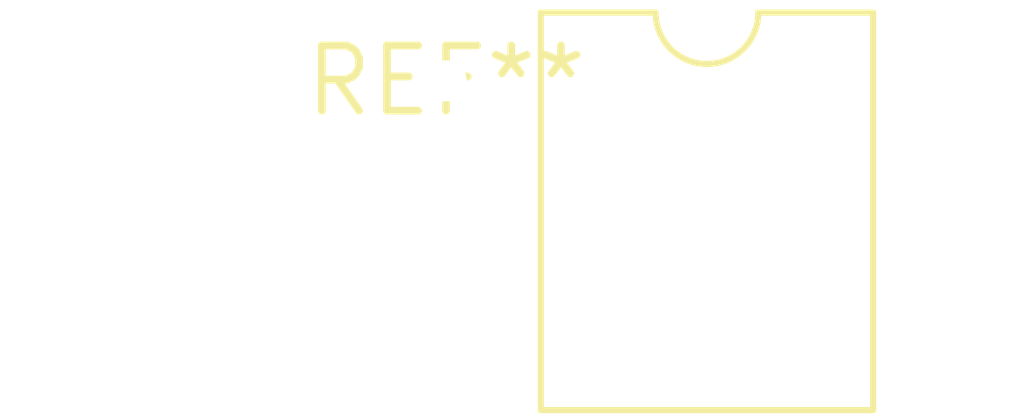
<source format=kicad_pcb>
(kicad_pcb (version 20240108) (generator pcbnew)
  (layers (0 "F.Cu" signal) (31 "B.Cu" signal) (34 "B.Paste" user) (35 "F.Paste" user) (36 "B.SilkS" user "B.Silkscreen") (37 "F.SilkS" user "F.Silkscreen") (38 "B.Mask" user) (39 "F.Mask" user) (44 "Edge.Cuts" user))
  (net 0 "")
  (footprint "DIP-6_W10.16mm" (layer "F.Cu") (at 0 0)
    (property "Reference" "REF**")
    (property "Value" "DIP-6_W10.16mm")
    (fp_line (start 1.845 -1.33) (end 1.845 6.41) (layer "F.SilkS") (stroke (width 0.12)))
    (fp_line (start 1.845 6.41) (end 8.315 6.41) (layer "F.SilkS") (stroke (width 0.12)))
    (fp_line (start 4.08 -1.33) (end 1.845 -1.33) (layer "F.SilkS") (stroke (width 0.12)))
    (fp_line (start 8.315 -1.33) (end 6.08 -1.33) (layer "F.SilkS") (stroke (width 0.12)))
    (fp_line (start 8.315 6.41) (end 8.315 -1.33) (layer "F.SilkS") (stroke (width 0.12)))
    (fp_arc (start 6.08 -1.33) (mid 5.08 -0.33) (end 4.08 -1.33) (layer "F.SilkS") (stroke (width 0.12)))
    (pad "1" thru_hole rect (at 0 0) (size 1.6 1.6) (drill 0.8) (layers *.Cu *.Mask) (remove_unused_layers))
    (pad "2" thru_hole oval (at 0 2.54) (size 1.6 1.6) (drill 0.8) (layers *.Cu *.Mask) (remove_unused_layers))
    (pad "3" thru_hole oval (at 0 5.08) (size 1.6 1.6) (drill 0.8) (layers *.Cu *.Mask) (remove_unused_layers))
    (pad "4" thru_hole oval (at 10.16 5.08) (size 1.6 1.6) (drill 0.8) (layers *.Cu *.Mask) (remove_unused_layers))
    (pad "5" thru_hole oval (at 10.16 2.54) (size 1.6 1.6) (drill 0.8) (layers *.Cu *.Mask) (remove_unused_layers))
    (pad "6" thru_hole oval (at 10.16 0) (size 1.6 1.6) (drill 0.8) (layers *.Cu *.Mask) (remove_unused_layers))
  )
)
</source>
